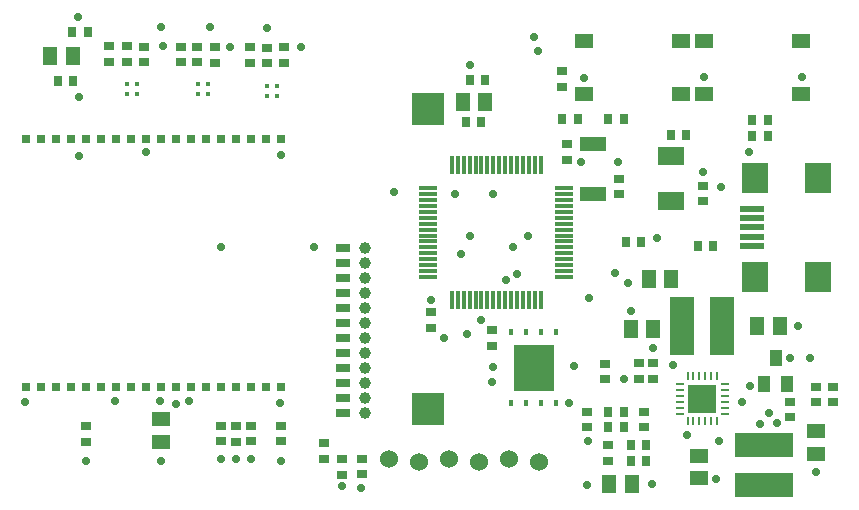
<source format=gts>
G75*
%MOIN*%
%OFA0B0*%
%FSLAX25Y25*%
%IPPOS*%
%LPD*%
%AMOC8*
5,1,8,0,0,1.08239X$1,22.5*
%
%ADD10R,0.02559X0.03150*%
%ADD11R,0.05906X0.01181*%
%ADD12R,0.01181X0.05906*%
%ADD13R,0.08661X0.09843*%
%ADD14R,0.07874X0.01969*%
%ADD15R,0.01772X0.01772*%
%ADD16R,0.10950X0.10950*%
%ADD17C,0.06000*%
%ADD18R,0.03543X0.02756*%
%ADD19R,0.02756X0.03543*%
%ADD20R,0.05118X0.05906*%
%ADD21R,0.05906X0.05118*%
%ADD22R,0.09055X0.06299*%
%ADD23R,0.08661X0.05118*%
%ADD24R,0.02756X0.00984*%
%ADD25R,0.00984X0.02756*%
%ADD26R,0.09646X0.09646*%
%ADD27R,0.03937X0.05512*%
%ADD28R,0.06102X0.05118*%
%ADD29R,0.01575X0.02362*%
%ADD30R,0.13386X0.15748*%
%ADD31R,0.08268X0.19291*%
%ADD32R,0.19291X0.08268*%
%ADD33R,0.05000X0.02500*%
%ADD34C,0.02800*%
%ADD35C,0.03962*%
D10*
X0119213Y0126339D03*
X0114213Y0126339D03*
X0109213Y0126339D03*
X0104213Y0126339D03*
X0099213Y0126339D03*
X0094213Y0126339D03*
X0089213Y0126339D03*
X0084213Y0126339D03*
X0079213Y0126339D03*
X0074213Y0126339D03*
X0069213Y0126339D03*
X0064213Y0126339D03*
X0059213Y0126339D03*
X0054213Y0126339D03*
X0049213Y0126339D03*
X0044213Y0126339D03*
X0039213Y0126339D03*
X0034213Y0126339D03*
X0034213Y0043661D03*
X0039213Y0043661D03*
X0044213Y0043661D03*
X0049213Y0043661D03*
X0054213Y0043661D03*
X0059213Y0043661D03*
X0064213Y0043661D03*
X0069213Y0043661D03*
X0074213Y0043661D03*
X0079213Y0043661D03*
X0084213Y0043661D03*
X0089213Y0043661D03*
X0094213Y0043661D03*
X0099213Y0043661D03*
X0104213Y0043661D03*
X0109213Y0043661D03*
X0114213Y0043661D03*
X0119213Y0043661D03*
D11*
X0168462Y0109764D03*
X0168462Y0107795D03*
X0168462Y0105827D03*
X0168462Y0103858D03*
X0168462Y0101890D03*
X0168462Y0099921D03*
X0168462Y0097953D03*
X0168462Y0095984D03*
X0168462Y0094016D03*
X0168462Y0092047D03*
X0168462Y0090079D03*
X0168462Y0088110D03*
X0168462Y0086142D03*
X0168462Y0084173D03*
X0168462Y0082205D03*
X0168462Y0080236D03*
X0213738Y0080236D03*
X0213738Y0082205D03*
X0213738Y0084173D03*
X0213738Y0086142D03*
X0213738Y0088110D03*
X0213738Y0090079D03*
X0213738Y0092047D03*
X0213738Y0094016D03*
X0213738Y0095984D03*
X0213738Y0097953D03*
X0213738Y0099921D03*
X0213738Y0101890D03*
X0213738Y0103858D03*
X0213738Y0105827D03*
X0213738Y0107795D03*
X0213738Y0109764D03*
D12*
X0176336Y0072362D03*
X0178305Y0072362D03*
X0180273Y0072362D03*
X0182242Y0072362D03*
X0184210Y0072362D03*
X0186179Y0072362D03*
X0188147Y0072362D03*
X0190116Y0072362D03*
X0192084Y0072362D03*
X0194053Y0072362D03*
X0196021Y0072362D03*
X0197990Y0072362D03*
X0199958Y0072362D03*
X0201927Y0072362D03*
X0203895Y0072362D03*
X0205864Y0072362D03*
X0205864Y0117638D03*
X0203895Y0117638D03*
X0201927Y0117638D03*
X0199958Y0117638D03*
X0197990Y0117638D03*
X0196021Y0117638D03*
X0194053Y0117638D03*
X0192084Y0117638D03*
X0190116Y0117638D03*
X0188147Y0117638D03*
X0186179Y0117638D03*
X0184210Y0117638D03*
X0182242Y0117638D03*
X0180273Y0117638D03*
X0178305Y0117638D03*
X0176336Y0117638D03*
D13*
X0277326Y0080165D03*
X0277326Y0113235D03*
X0298192Y0080165D03*
X0298192Y0113235D03*
D14*
X0276342Y0090401D03*
X0276342Y0093550D03*
X0276342Y0096700D03*
X0276342Y0099850D03*
X0276342Y0102999D03*
D15*
X0071473Y0141127D03*
X0068127Y0141127D03*
X0068127Y0144473D03*
X0071473Y0144473D03*
X0094873Y0141327D03*
X0091527Y0141327D03*
X0091527Y0144673D03*
X0094873Y0144673D03*
X0118073Y0140427D03*
X0114727Y0140427D03*
X0114727Y0143773D03*
X0118073Y0143773D03*
D16*
X0168400Y0036300D03*
X0168400Y0136300D03*
D17*
X0155300Y0019500D03*
X0165300Y0018500D03*
X0175300Y0019500D03*
X0185300Y0018500D03*
X0195300Y0019500D03*
X0205300Y0018500D03*
D18*
X0139800Y0019459D03*
X0139800Y0014341D03*
X0133800Y0024759D03*
X0133800Y0019641D03*
X0213100Y0148759D03*
X0213100Y0143641D03*
X0146200Y0014441D03*
X0146200Y0019559D03*
X0169500Y0068459D03*
X0169500Y0063341D03*
X0189800Y0062359D03*
X0189800Y0057241D03*
X0119200Y0030659D03*
X0119200Y0025541D03*
X0109200Y0030559D03*
X0109200Y0025441D03*
X0104200Y0030459D03*
X0104200Y0025341D03*
X0099200Y0030559D03*
X0099200Y0025441D03*
X0054400Y0030359D03*
X0054400Y0025241D03*
X0114800Y0156659D03*
X0114800Y0151541D03*
X0120400Y0156759D03*
X0120400Y0151641D03*
X0109000Y0156759D03*
X0109000Y0151641D03*
X0091500Y0156859D03*
X0091500Y0151741D03*
X0097300Y0156759D03*
X0097300Y0151641D03*
X0085900Y0156959D03*
X0085900Y0151841D03*
X0068100Y0157059D03*
X0068100Y0151941D03*
X0073800Y0156959D03*
X0073800Y0151841D03*
X0062000Y0157059D03*
X0062000Y0151941D03*
X0259900Y0110559D03*
X0259900Y0105441D03*
X0214600Y0119241D03*
X0214600Y0124359D03*
X0231900Y0112959D03*
X0231900Y0107841D03*
X0243300Y0046341D03*
X0243300Y0051459D03*
X0240500Y0035159D03*
X0240500Y0030041D03*
X0227500Y0046041D03*
X0227500Y0051159D03*
X0288900Y0033441D03*
X0288900Y0038559D03*
X0238600Y0051459D03*
X0238600Y0046341D03*
X0221400Y0035259D03*
X0221400Y0030141D03*
X0228400Y0024059D03*
X0228400Y0018941D03*
X0303400Y0043559D03*
X0303400Y0038441D03*
X0297600Y0038541D03*
X0297600Y0043659D03*
D19*
X0239359Y0091700D03*
X0234241Y0091700D03*
X0182341Y0145900D03*
X0187459Y0145900D03*
X0181041Y0132000D03*
X0186159Y0132000D03*
X0049841Y0161900D03*
X0054959Y0161900D03*
X0050059Y0145400D03*
X0044941Y0145400D03*
X0258241Y0090400D03*
X0263359Y0090400D03*
X0218259Y0132800D03*
X0213141Y0132800D03*
X0233559Y0132900D03*
X0228441Y0132900D03*
X0281559Y0127100D03*
X0276441Y0127100D03*
X0276441Y0132400D03*
X0281559Y0132400D03*
X0254459Y0127500D03*
X0249341Y0127500D03*
X0233559Y0035200D03*
X0228441Y0035200D03*
X0236041Y0024100D03*
X0241159Y0024100D03*
X0241159Y0019000D03*
X0236041Y0019000D03*
X0228441Y0030200D03*
X0233559Y0030200D03*
D20*
X0179960Y0138600D03*
X0187440Y0138600D03*
X0049940Y0153800D03*
X0042460Y0153800D03*
X0249340Y0079400D03*
X0241860Y0079400D03*
X0278160Y0063900D03*
X0285640Y0063900D03*
X0236240Y0011100D03*
X0228760Y0011100D03*
X0243440Y0062800D03*
X0235960Y0062800D03*
D21*
X0079200Y0032740D03*
X0079200Y0025260D03*
X0258800Y0020540D03*
X0258800Y0013060D03*
X0297600Y0028740D03*
X0297600Y0021260D03*
D22*
X0249400Y0105420D03*
X0249400Y0120380D03*
D23*
X0223500Y0124368D03*
X0223500Y0107832D03*
D24*
X0252320Y0044521D03*
X0252320Y0042553D03*
X0252320Y0040584D03*
X0252320Y0038616D03*
X0252320Y0036647D03*
X0252320Y0034679D03*
X0267280Y0034679D03*
X0267280Y0036647D03*
X0267280Y0038616D03*
X0267280Y0040584D03*
X0267280Y0042553D03*
X0267280Y0044521D03*
D25*
X0254879Y0032120D03*
X0256847Y0032120D03*
X0258816Y0032120D03*
X0260784Y0032120D03*
X0262753Y0032120D03*
X0264721Y0032120D03*
X0264721Y0047080D03*
X0262753Y0047080D03*
X0260784Y0047080D03*
X0258816Y0047080D03*
X0256847Y0047080D03*
X0254879Y0047080D03*
D26*
X0259800Y0039600D03*
D27*
X0284200Y0053131D03*
X0287940Y0044469D03*
X0280460Y0044469D03*
D28*
X0292840Y0141142D03*
X0292840Y0158858D03*
X0260360Y0141142D03*
X0260360Y0158858D03*
X0252740Y0141142D03*
X0252740Y0158858D03*
X0220260Y0141142D03*
X0220260Y0158858D03*
D29*
X0196100Y0038189D03*
X0201100Y0038189D03*
X0206100Y0038189D03*
X0211100Y0038189D03*
X0211100Y0061811D03*
X0206100Y0061811D03*
X0201100Y0061811D03*
X0196100Y0061811D03*
D30*
X0203600Y0050000D03*
D31*
X0253107Y0063800D03*
X0266493Y0063800D03*
D32*
X0280200Y0024093D03*
X0280200Y0010707D03*
D33*
X0140000Y0090000D03*
X0140000Y0085000D03*
X0140000Y0080000D03*
X0140000Y0075000D03*
X0140000Y0070000D03*
X0140000Y0065000D03*
X0140000Y0060000D03*
X0140000Y0055000D03*
X0140000Y0050000D03*
X0140000Y0045000D03*
X0140000Y0040000D03*
X0140000Y0035000D03*
D34*
X0033900Y0038500D03*
X0063900Y0039000D03*
X0079100Y0039000D03*
X0119000Y0038300D03*
X0088700Y0038900D03*
X0119200Y0120700D03*
X0244600Y0093100D03*
X0074300Y0121900D03*
X0182300Y0094000D03*
X0201600Y0093900D03*
X0260000Y0115300D03*
X0219400Y0118500D03*
X0231800Y0118500D03*
X0259800Y0039600D03*
X0256900Y0042400D03*
X0262700Y0042300D03*
X0257000Y0036700D03*
X0262700Y0036800D03*
X0266000Y0110100D03*
X0220400Y0146400D03*
X0260300Y0146800D03*
X0292900Y0146800D03*
X0182400Y0150800D03*
X0194400Y0079100D03*
X0291800Y0064000D03*
X0221600Y0025400D03*
X0221500Y0011000D03*
X0264400Y0013000D03*
X0146100Y0009900D03*
X0297600Y0015300D03*
X0215400Y0038200D03*
X0169500Y0072400D03*
X0189800Y0045100D03*
X0284700Y0031400D03*
X0051900Y0140200D03*
X0051900Y0120600D03*
X0230800Y0081400D03*
X0235900Y0068700D03*
X0275800Y0043800D03*
X0177400Y0107700D03*
X0295600Y0053100D03*
X0289000Y0053100D03*
X0130300Y0090200D03*
X0099200Y0090200D03*
X0079900Y0157200D03*
X0126000Y0156759D03*
X0102500Y0156759D03*
X0079300Y0163400D03*
X0095800Y0163400D03*
X0114800Y0163300D03*
X0196600Y0090100D03*
X0190100Y0107900D03*
X0189900Y0050100D03*
X0265300Y0025400D03*
X0243100Y0011100D03*
X0179500Y0088000D03*
X0079500Y0018900D03*
X0119200Y0018700D03*
X0109200Y0019600D03*
X0104300Y0019600D03*
X0099200Y0019600D03*
X0054500Y0018700D03*
X0084200Y0037800D03*
X0139800Y0010400D03*
X0275200Y0121800D03*
X0051800Y0167000D03*
X0181200Y0061100D03*
X0157000Y0108600D03*
X0233600Y0046300D03*
X0186179Y0065921D03*
X0217100Y0050600D03*
X0235100Y0078300D03*
X0250100Y0051000D03*
X0203700Y0160200D03*
X0281900Y0034800D03*
X0205100Y0155500D03*
X0279000Y0031200D03*
X0254800Y0027400D03*
X0198000Y0081200D03*
X0222100Y0073200D03*
X0272900Y0038616D03*
X0243500Y0056600D03*
X0173600Y0060000D03*
D35*
X0147500Y0080000D03*
X0147500Y0065000D03*
X0147500Y0050000D03*
X0147500Y0035000D03*
X0147500Y0085000D03*
X0147500Y0070000D03*
X0147500Y0055000D03*
X0147500Y0040000D03*
X0147500Y0090000D03*
X0147500Y0075000D03*
X0147500Y0060000D03*
X0147500Y0045000D03*
M02*

</source>
